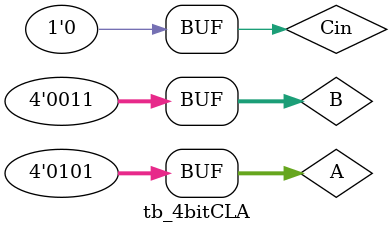
<source format=v>
`timescale 1ns/1ps

module tb_4bitCLA ();
    reg [3 : 0] A, B;
    reg Cin;

    wire [3 : 0] S;
    wire Cout;

    initial begin
        A = 4'b0000;
        B = 4'b0000;
        Cin = 1'b0; // initialize

        #50 A = 4'b0001; B = 4'b0010; // output will be 4'b0011
        #50 A = 4'b0101; B = 4'b0011; // output will be 4'b1000    
    end

    // integer i, j;
    // initial begin

    //     for(i = 0; i < 15; i = i + 1) begin
    //         for(j = 0; j < 15; j = j + 1) begin
    //             #50 A = i; B = j;
    //         end
    //     end
    // end

    // DUT instantiation
    fourbit_CLA fourbit_CLA_inst0 (
        .A(A), .B(B),
        .Cin(Cin),

        .S(S),
        .Cout(Cout) 
    );

endmodule
</source>
